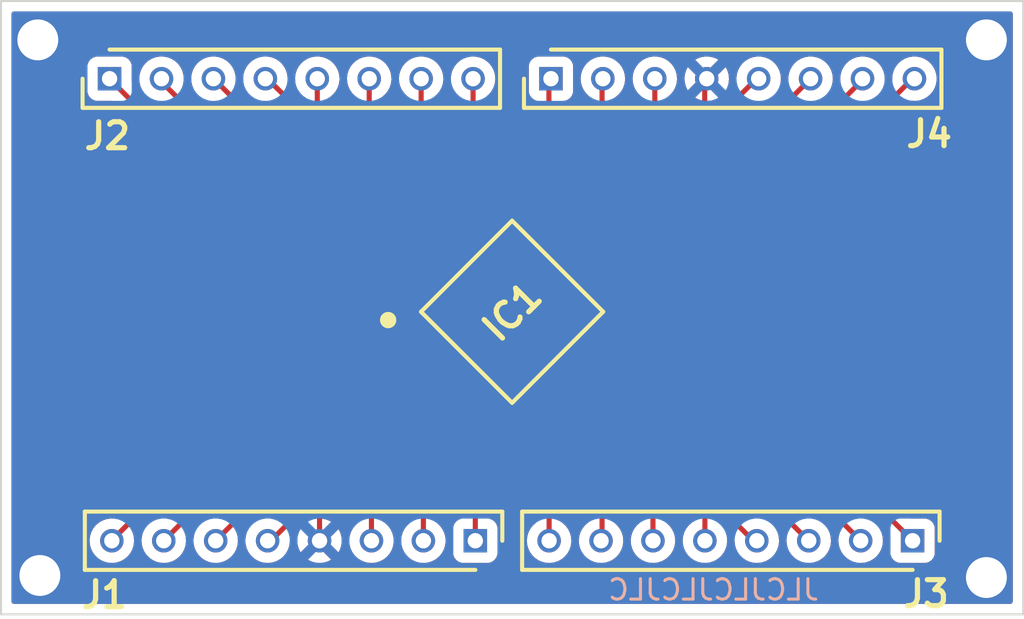
<source format=kicad_pcb>
(kicad_pcb (version 20211014) (generator pcbnew)
  (layers (0 "F.Cu" signal) (31 "B.Cu" signal) (34 "B.Paste" user) (35 "F.Paste" user) (36 "B.SilkS" user "B.Silkscreen") (37 "F.SilkS" user "F.Silkscreen") (38 "B.Mask" user) (39 "F.Mask" user) (44 "Edge.Cuts" user))
  (net 0 "")
  (net 1 "Net-(IC1-Pad1)")
  (net 2 "Net-(IC1-Pad2)")
  (net 3 "Net-(IC1-Pad3)")
  (net 4 "Net-(IC1-Pad6)")
  (net 5 "Net-(IC1-Pad7)")
  (net 6 "Net-(IC1-Pad8)")
  (net 7 "Net-(IC1-Pad9)")
  (net 8 "Net-(IC1-Pad10)")
  (net 9 "Net-(IC1-Pad11)")
  (net 10 "Net-(IC1-Pad12)")
  (net 11 "Net-(IC1-Pad13)")
  (net 12 "Net-(IC1-Pad14)")
  (net 13 "Net-(IC1-Pad15)")
  (net 14 "Net-(IC1-Pad16)")
  (net 15 "Net-(IC1-Pad17)")
  (net 16 "Net-(IC1-Pad18)")
  (net 17 "Net-(IC1-Pad19)")
  (net 18 "Net-(IC1-Pad20)")
  (net 19 "Net-(IC1-Pad22)")
  (net 20 "Net-(IC1-Pad23)")
  (net 21 "Net-(IC1-Pad24)")
  (net 22 "Net-(IC1-Pad25)")
  (net 23 "Net-(IC1-Pad26)")
  (net 24 "Net-(IC1-Pad27)")
  (net 25 "Net-(IC1-Pad28)")
  (net 26 "Net-(IC1-Pad29)")
  (net 27 "Net-(IC1-Pad30)")
  (net 28 "Net-(IC1-Pad31)")
  (net 29 "Net-(IC1-Pad32)")
  (net 30 "VCC")
  (net 31 "GND")
  (footprint "SamacSys_Parts:HDRV8W56P0X254_1X8_1991X234X872P" (layer "F.Cu") (at 116.1 89.3 180)
    (fp_text reference "J1" (at 18.15 -2.65 180) (layer "F.SilkS") (effects (font (size 1.27 1.27) (thickness 0.254))))
    (fp_text value "5-146278-8" hide)
    (fp_line (start -1.32 0) (end -1.32 1.425) (layer "F.SilkS") (width 0.2))
    (fp_line (start -1.32 1.425) (end 19.1 1.425) (layer "F.SilkS") (width 0.2))
    (fp_line (start 19.1 -1.425) (end 0 -1.425) (layer "F.SilkS") (width 0.2))
    (fp_line (start 19.1 1.425) (end 19.1 -1.425) (layer "F.SilkS") (width 0.2))
    (pad "1" thru_hole rect locked (at 0 0 180) (size 1.15 1.15) (drill 0.75) (layers *.Cu *.Mask) (net 6 "Net-(IC1-Pad8)"))
    (pad "2" thru_hole circle locked (at 2.54 0 180) (size 1.15 1.15) (drill 0.75) (layers *.Cu *.Mask) (net 5 "Net-(IC1-Pad7)"))
    (pad "3" thru_hole circle locked (at 5.08 0 180) (size 1.15 1.15) (drill 0.75) (layers *.Cu *.Mask) (net 4 "Net-(IC1-Pad6)"))
    (pad "4" thru_hole circle locked (at 7.62 0 180) (size 1.15 1.15) (drill 0.75) (layers *.Cu *.Mask) (net 31 "GND"))
    (pad "5" thru_hole circle locked (at 10.16 0 180) (size 1.15 1.15) (drill 0.75) (layers *.Cu *.Mask) (net 30 "VCC"))
    (pad "6" thru_hole circle locked (at 12.7 0 180) (size 1.15 1.15) (drill 0.75) (layers *.Cu *.Mask) (net 3 "Net-(IC1-Pad3)"))
    (pad "7" thru_hole circle locked (at 15.24 0 180) (size 1.15 1.15) (drill 0.75) (layers *.Cu *.Mask) (net 2 "Net-(IC1-Pad2)"))
    (pad "8" thru_hole circle locked (at 17.78 0 180) (size 1.15 1.15) (drill 0.75) (layers *.Cu *.Mask) (net 1 "Net-(IC1-Pad1)"))
  )
  (footprint "SamacSys_Parts:QFP80P900X900X120-32N" (layer "F.Cu") (at 117.9 78.1 45)
    (fp_text reference "IC1" (at 0 0 45) (layer "F.SilkS") (effects (font (size 1.27 1.27) (thickness 0.254))))
    (fp_text value "ATMEGA328PB-AN" hide)
    (fp_line (start -3.15 3.15) (end -3.15 -3.15) (layer "F.SilkS") (width 0.2))
    (fp_line (start -3.15 -3.15) (end 3.15 -3.15) (layer "F.SilkS") (width 0.2))
    (fp_line (start 3.15 -3.15) (end 3.15 3.15) (layer "F.SilkS") (width 0.2))
    (fp_line (start 3.15 3.15) (end -3.15 3.15) (layer "F.SilkS") (width 0.2))
    (fp_circle (center -4.575 -4) (end -4.575 -3.8) (layer "F.SilkS") (width 0.4) (fill none))
    (pad "1" smd rect locked (at -4.238 -2.8 135) (size 0.6 1.475) (layers "F.Cu" "F.Paste" "F.Mask") (net 1 "Net-(IC1-Pad1)"))
    (pad "2" smd rect locked (at -4.238 -2 135) (size 0.6 1.475) (layers "F.Cu" "F.Paste" "F.Mask") (net 2 "Net-(IC1-Pad2)"))
    (pad "3" smd rect locked (at -4.238 -1.2 135) (size 0.6 1.475) (layers "F.Cu" "F.Paste" "F.Mask") (net 3 "Net-(IC1-Pad3)"))
    (pad "4" smd rect locked (at -4.238 -0.4 135) (size 0.6 1.475) (layers "F.Cu" "F.Paste" "F.Mask") (net 30 "VCC"))
    (pad "5" smd rect locked (at -4.238 0.4 135) (size 0.6 1.475) (layers "F.Cu" "F.Paste" "F.Mask") (net 31 "GND"))
    (pad "6" smd rect locked (at -4.238 1.2 135) (size 0.6 1.475) (layers "F.Cu" "F.Paste" "F.Mask") (net 4 "Net-(IC1-Pad6)"))
    (pad "7" smd rect locked (at -4.238 2 135) (size 0.6 1.475) (layers "F.Cu" "F.Paste" "F.Mask") (net 5 "Net-(IC1-Pad7)"))
    (pad "8" smd rect locked (at -4.238 2.8 135) (size 0.6 1.475) (layers "F.Cu" "F.Paste" "F.Mask") (net 6 "Net-(IC1-Pad8)"))
    (pad "9" smd rect locked (at -2.8 4.238 45) (size 0.6 1.475) (layers "F.Cu" "F.Paste" "F.Mask") (net 7 "Net-(IC1-Pad9)"))
    (pad "10" smd rect locked (at -2 4.238 45) (size 0.6 1.475) (layers "F.Cu" "F.Paste" "F.Mask") (net 8 "Net-(IC1-Pad10)"))
    (pad "11" smd rect locked (at -1.2 4.238 45) (size 0.6 1.475) (layers "F.Cu" "F.Paste" "F.Mask") (net 9 "Net-(IC1-Pad11)"))
    (pad "12" smd rect locked (at -0.4 4.238 45) (size 0.6 1.475) (layers "F.Cu" "F.Paste" "F.Mask") (net 10 "Net-(IC1-Pad12)"))
    (pad "13" smd rect locked (at 0.4 4.238 45) (size 0.6 1.475) (layers "F.Cu" "F.Paste" "F.Mask") (net 11 "Net-(IC1-Pad13)"))
    (pad "14" smd rect locked (at 1.2 4.238 45) (size 0.6 1.475) (layers "F.Cu" "F.Paste" "F.Mask") (net 12 "Net-(IC1-Pad14)"))
    (pad "15" smd rect locked (at 2 4.238 45) (size 0.6 1.475) (layers "F.Cu" "F.Paste" "F.Mask") (net 13 "Net-(IC1-Pad15)"))
    (pad "16" smd rect locked (at 2.8 4.238 45) (size 0.6 1.475) (layers "F.Cu" "F.Paste" "F.Mask") (net 14 "Net-(IC1-Pad16)"))
    (pad "17" smd rect locked (at 4.238 2.8 135) (size 0.6 1.475) (layers "F.Cu" "F.Paste" "F.Mask") (net 15 "Net-(IC1-Pad17)"))
    (pad "18" smd rect locked (at 4.238 2 135) (size 0.6 1.475) (layers "F.Cu" "F.Paste" "F.Mask") (net 16 "Net-(IC1-Pad18)"))
    (pad "19" smd rect locked (at 4.238 1.2 135) (size 0.6 1.475) (layers "F.Cu" "F.Paste" "F.Mask") (net 17 "Net-(IC1-Pad19)"))
    (pad "20" smd rect locked (at 4.238 0.4 135) (size 0.6 1.475) (layers "F.Cu" "F.Paste" "F.Mask") (net 18 "Net-(IC1-Pad20)"))
    (pad "21" smd rect locked (at 4.238 -0.4 135) (size 0.6 1.475) (layers "F.Cu" "F.Paste" "F.Mask") (net 31 "GND"))
    (pad "22" smd rect locked (at 4.238 -1.2 135) (size 0.6 1.475) (layers "F.Cu" "F.Paste" "F.Mask") (net 19 "Net-(IC1-Pad22)"))
    (pad "23" smd rect locked (at 4.238 -2 135) (size 0.6 1.475) (layers "F.Cu" "F.Paste" "F.Mask") (net 20 "Net-(IC1-Pad23)"))
    (pad "24" smd rect locked (at 4.238 -2.8 135) (size 0.6 1.475) (layers "F.Cu" "F.Paste" "F.Mask") (net 21 "Net-(IC1-Pad24)"))
    (pad "25" smd rect locked (at 2.8 -4.238 45) (size 0.6 1.475) (layers "F.Cu" "F.Paste" "F.Mask") (net 22 "Net-(IC1-Pad25)"))
    (pad "26" smd rect locked (at 2 -4.238 45) (size 0.6 1.475) (layers "F.Cu" "F.Paste" "F.Mask") (net 23 "Net-(IC1-Pad26)"))
    (pad "27" smd rect locked (at 1.2 -4.238 45) (size 0.6 1.475) (layers "F.Cu" "F.Paste" "F.Mask") (net 24 "Net-(IC1-Pad27)"))
    (pad "28" smd rect locked (at 0.4 -4.238 45) (size 0.6 1.475) (layers "F.Cu" "F.Paste" "F.Mask") (net 25 "Net-(IC1-Pad28)"))
    (pad "29" smd rect locked (at -0.4 -4.238 45) (size 0.6 1.475) (layers "F.Cu" "F.Paste" "F.Mask") (net 26 "Net-(IC1-Pad29)"))
    (pad "30" smd rect locked (at -1.2 -4.238 45) (size 0.6 1.475) (layers "F.Cu" "F.Paste" "F.Mask") (net 27 "Net-(IC1-Pad30)"))
    (pad "31" smd rect locked (at -2 -4.238 45) (size 0.6 1.475) (layers "F.Cu" "F.Paste" "F.Mask") (net 28 "Net-(IC1-Pad31)"))
    (pad "32" smd rect locked (at -2.8 -4.238 45) (size 0.6 1.475) (layers "F.Cu" "F.Paste" "F.Mask") (net 29 "Net-(IC1-Pad32)"))
  )
  (footprint "SamacSys_Parts:HDRV8W56P0X254_1X8_1991X234X872P" (layer "F.Cu") (at 137.49 89.3 180)
    (fp_text reference "J3" (at -0.66 -2.6 180) (layer "F.SilkS") (effects (font (size 1.27 1.27) (thickness 0.254))))
    (fp_text value "5-146278-8" hide)
    (fp_line (start 19.1 -1.425) (end 0 -1.425) (layer "F.SilkS") (width 0.2))
    (fp_line (start -1.32 0) (end -1.32 1.425) (layer "F.SilkS") (width 0.2))
    (fp_line (start -1.32 1.425) (end 19.1 1.425) (layer "F.SilkS") (width 0.2))
    (fp_line (start 19.1 1.425) (end 19.1 -1.425) (layer "F.SilkS") (width 0.2))
    (pad "1" thru_hole rect locked (at 0 0 180) (size 1.15 1.15) (drill 0.75) (layers *.Cu *.Mask) (net 14 "Net-(IC1-Pad16)"))
    (pad "2" thru_hole circle locked (at 2.54 0 180) (size 1.15 1.15) (drill 0.75) (layers *.Cu *.Mask) (net 13 "Net-(IC1-Pad15)"))
    (pad "3" thru_hole circle locked (at 5.08 0 180) (size 1.15 1.15) (drill 0.75) (layers *.Cu *.Mask) (net 12 "Net-(IC1-Pad14)"))
    (pad "4" thru_hole circle locked (at 7.62 0 180) (size 1.15 1.15) (drill 0.75) (layers *.Cu *.Mask) (net 11 "Net-(IC1-Pad13)"))
    (pad "5" thru_hole circle locked (at 10.16 0 180) (size 1.15 1.15) (drill 0.75) (layers *.Cu *.Mask) (net 10 "Net-(IC1-Pad12)"))
    (pad "6" thru_hole circle locked (at 12.7 0 180) (size 1.15 1.15) (drill 0.75) (layers *.Cu *.Mask) (net 9 "Net-(IC1-Pad11)"))
    (pad "7" thru_hole circle locked (at 15.24 0 180) (size 1.15 1.15) (drill 0.75) (layers *.Cu *.Mask) (net 8 "Net-(IC1-Pad10)"))
    (pad "8" thru_hole circle locked (at 17.78 0 180) (size 1.15 1.15) (drill 0.75) (layers *.Cu *.Mask) (net 7 "Net-(IC1-Pad9)"))
  )
  (footprint "SamacSys_Parts:HDRV8W56P0X254_1X8_1991X234X872P" (layer "F.Cu") (at 119.8 66.7)
    (fp_text reference "J4" (at 18.5 2.7) (layer "F.SilkS") (effects (font (size 1.27 1.27) (thickness 0.254))))
    (fp_text value "5-146278-8" hide)
    (fp_line (start 19.1 1.425) (end 19.1 -1.425) (layer "F.SilkS") (width 0.2))
    (fp_line (start -1.32 0) (end -1.32 1.425) (layer "F.SilkS") (width 0.2))
    (fp_line (start -1.32 1.425) (end 19.1 1.425) (layer "F.SilkS") (width 0.2))
    (fp_line (start 19.1 -1.425) (end 0 -1.425) (layer "F.SilkS") (width 0.2))
    (pad "1" thru_hole rect locked (at 0 0) (size 1.15 1.15) (drill 0.75) (layers *.Cu *.Mask) (net 21 "Net-(IC1-Pad24)"))
    (pad "2" thru_hole circle locked (at 2.54 0) (size 1.15 1.15) (drill 0.75) (layers *.Cu *.Mask) (net 20 "Net-(IC1-Pad23)"))
    (pad "3" thru_hole circle locked (at 5.08 0) (size 1.15 1.15) (drill 0.75) (layers *.Cu *.Mask) (net 19 "Net-(IC1-Pad22)"))
    (pad "4" thru_hole circle locked (at 7.62 0) (size 1.15 1.15) (drill 0.75) (layers *.Cu *.Mask) (net 31 "GND"))
    (pad "5" thru_hole circle locked (at 10.16 0) (size 1.15 1.15) (drill 0.75) (layers *.Cu *.Mask) (net 18 "Net-(IC1-Pad20)"))
    (pad "6" thru_hole circle locked (at 12.7 0) (size 1.15 1.15) (drill 0.75) (layers *.Cu *.Mask) (net 17 "Net-(IC1-Pad19)"))
    (pad "7" thru_hole circle locked (at 15.24 0) (size 1.15 1.15) (drill 0.75) (layers *.Cu *.Mask) (net 16 "Net-(IC1-Pad18)"))
    (pad "8" thru_hole circle locked (at 17.78 0) (size 1.15 1.15) (drill 0.75) (layers *.Cu *.Mask) (net 15 "Net-(IC1-Pad17)"))
  )
  (footprint "SamacSys_Parts:HDRV8W56P0X254_1X8_1991X234X872P" (layer "F.Cu") (at 98.21 66.7)
    (fp_text reference "J2" (at -0.11 2.8) (layer "F.SilkS") (effects (font (size 1.27 1.27) (thickness 0.254))))
    (fp_text value "5-146278-8" hide)
    (fp_line (start 19.1 -1.425) (end 0 -1.425) (layer "F.SilkS") (width 0.2))
    (fp_line (start -1.32 1.425) (end 19.1 1.425) (layer "F.SilkS") (width 0.2))
    (fp_line (start 19.1 1.425) (end 19.1 -1.425) (layer "F.SilkS") (width 0.2))
    (fp_line (start -1.32 0) (end -1.32 1.425) (layer "F.SilkS") (width 0.2))
    (pad "1" thru_hole rect locked (at 0 0) (size 1.15 1.15) (drill 0.75) (layers *.Cu *.Mask) (net 29 "Net-(IC1-Pad32)"))
    (pad "2" thru_hole circle locked (at 2.54 0) (size 1.15 1.15) (drill 0.75) (layers *.Cu *.Mask) (net 28 "Net-(IC1-Pad31)"))
    (pad "3" thru_hole circle locked (at 5.08 0) (size 1.15 1.15) (drill 0.75) (layers *.Cu *.Mask) (net 27 "Net-(IC1-Pad30)"))
    (pad "4" thru_hole circle locked (at 7.62 0) (size 1.15 1.15) (drill 0.75) (layers *.Cu *.Mask) (net 26 "Net-(IC1-Pad29)"))
    (pad "5" thru_hole circle locked (at 10.16 0) (size 1.15 1.15) (drill 0.75) (layers *.Cu *.Mask) (net 25 "Net-(IC1-Pad28)"))
    (pad "6" thru_hole circle locked (at 12.7 0) (size 1.15 1.15) (drill 0.75) (layers *.Cu *.Mask) (net 24 "Net-(IC1-Pad27)"))
    (pad "7" thru_hole circle locked (at 15.24 0) (size 1.15 1.15) (drill 0.75) (layers *.Cu *.Mask) (net 23 "Net-(IC1-Pad26)"))
    (pad "8" thru_hole circle locked (at 17.78 0) (size 1.15 1.15) (drill 0.75) (layers *.Cu *.Mask) (net 22 "Net-(IC1-Pad25)"))
  )
  (gr_rect locked (start 92.9 62.9) (end 142.9 92.9) (layer "Edge.Cuts") (width 0.1) (fill none))
  (gr_text "JLCJLCJLCJLC" (at 127.75 91.7) (layer "B.SilkS") (effects (font (size 1 1)) (justify mirror)))
  (segment (start 98.32 89.28) (end 101.9 85.7) (width 0.25) (layer "F.Cu") (net 1))
  (segment (start 106.3 85.7) (end 112.88318 79.11682) (width 0.25) (layer "F.Cu") (net 1))
  (segment (start 101.9 85.7) (end 106.3 85.7) (width 0.25) (layer "F.Cu") (net 1))
  (segment (start 98.32 89.3) (end 98.32 89.28) (width 0.25) (layer "F.Cu") (net 1))
  (segment (start 112.88318 79.11682) (end 112.923382 79.11682) (width 0.25) (layer "F.Cu") (net 1))
  (segment (start 103.66 86.5) (end 106.671573 86.5) (width 0.25) (layer "F.Cu") (net 2))
  (segment (start 100.86 89.3) (end 103.66 86.5) (width 0.25) (layer "F.Cu") (net 2))
  (segment (start 106.671573 86.5) (end 113.489068 79.682505) (width 0.25) (layer "F.Cu") (net 2))
  (segment (start 114.054753 80.24819) (end 106.902943 87.4) (width 0.25) (layer "F.Cu") (net 3))
  (segment (start 106.902943 87.4) (end 105.3 87.4) (width 0.25) (layer "F.Cu") (net 3))
  (segment (start 105.3 87.4) (end 103.4 89.3) (width 0.25) (layer "F.Cu") (net 3))
  (segment (start 115.654753 81.945247) (end 111.02 86.58) (width 0.25) (layer "F.Cu") (net 4))
  (segment (start 115.75181 81.945247) (end 115.654753 81.945247) (width 0.25) (layer "F.Cu") (net 4))
  (segment (start 111.02 86.58) (end 111.02 89.3) (width 0.25) (layer "F.Cu") (net 4))
  (segment (start 116.317495 82.510932) (end 116.317495 82.532505) (width 0.25) (layer "F.Cu") (net 5))
  (segment (start 113.56 85.29) (end 113.56 89.3) (width 0.25) (layer "F.Cu") (net 5))
  (segment (start 116.317495 82.532505) (end 113.56 85.29) (width 0.25) (layer "F.Cu") (net 5))
  (segment (start 116.1 83.859798) (end 116.1 89.3) (width 0.25) (layer "F.Cu") (net 6))
  (segment (start 116.88318 83.076618) (end 116.1 83.859798) (width 0.25) (layer "F.Cu") (net 6))
  (segment (start 119.71 83.869798) (end 119.71 89.3) (width 0.25) (layer "F.Cu") (net 7))
  (segment (start 118.91682 83.076618) (end 119.71 83.869798) (width 0.25) (layer "F.Cu") (net 7))
  (segment (start 122.3 85.3) (end 122.3 89.25) (width 0.25) (layer "F.Cu") (net 8))
  (segment (start 119.510932 82.510932) (end 122.3 85.3) (width 0.25) (layer "F.Cu") (net 8))
  (segment (start 122.3 89.25) (end 122.25 89.3) (width 0.25) (layer "F.Cu") (net 8))
  (segment (start 119.482505 82.510932) (end 119.510932 82.510932) (width 0.25) (layer "F.Cu") (net 8))
  (segment (start 124.79 86.687057) (end 124.79 89.3) (width 0.25) (layer "F.Cu") (net 9))
  (segment (start 120.04819 81.945247) (end 124.79 86.687057) (width 0.25) (layer "F.Cu") (net 9))
  (segment (start 120.679561 81.379561) (end 127.33 88.03) (width 0.25) (layer "F.Cu") (net 10))
  (segment (start 127.33 88.03) (end 127.33 89.3) (width 0.25) (layer "F.Cu") (net 10))
  (segment (start 120.613876 81.379561) (end 120.679561 81.379561) (width 0.25) (layer "F.Cu") (net 10))
  (segment (start 129.7 89.3) (end 129.87 89.3) (width 0.25) (layer "F.Cu") (net 11))
  (segment (start 121.213876 80.813876) (end 129.7 89.3) (width 0.25) (layer "F.Cu") (net 11))
  (segment (start 121.179561 80.813876) (end 121.213876 80.813876) (width 0.25) (layer "F.Cu") (net 11))
  (segment (start 121.745247 80.24819) (end 128.897057 87.4) (width 0.25) (layer "F.Cu") (net 12))
  (segment (start 128.897057 87.4) (end 130.5 87.4) (width 0.25) (layer "F.Cu") (net 12))
  (segment (start 132.4 89.3) (end 132.41 89.3) (width 0.25) (layer "F.Cu") (net 12))
  (segment (start 130.5 87.4) (end 132.4 89.3) (width 0.25) (layer "F.Cu") (net 12))
  (segment (start 132.15 86.5) (end 134.95 89.3) (width 0.25) (layer "F.Cu") (net 13))
  (segment (start 122.310932 79.682505) (end 129.128427 86.5) (width 0.25) (layer "F.Cu") (net 13))
  (segment (start 129.128427 86.5) (end 132.15 86.5) (width 0.25) (layer "F.Cu") (net 13))
  (segment (start 129.4 85.7) (end 133.89 85.7) (width 0.25) (layer "F.Cu") (net 14))
  (segment (start 133.89 85.7) (end 137.49 89.3) (width 0.25) (layer "F.Cu") (net 14))
  (segment (start 122.876618 79.176618) (end 129.4 85.7) (width 0.25) (layer "F.Cu") (net 14))
  (segment (start 122.876618 79.11682) (end 122.876618 79.176618) (width 0.25) (layer "F.Cu") (net 14))
  (segment (start 122.91682 77.08318) (end 129.2 70.8) (width 0.25) (layer "F.Cu") (net 15))
  (segment (start 129.2 70.8) (end 133.38 70.8) (width 0.25) (layer "F.Cu") (net 15))
  (segment (start 133.38 70.8) (end 137.48 66.7) (width 0.25) (layer "F.Cu") (net 15))
  (segment (start 122.876618 77.08318) (end 122.91682 77.08318) (width 0.25) (layer "F.Cu") (net 15))
  (segment (start 129 69.8) (end 132 69.8) (width 0.25) (layer "F.Cu") (net 16))
  (segment (start 122.310932 76.489068) (end 129 69.8) (width 0.25) (layer "F.Cu") (net 16))
  (segment (start 122.310932 76.517495) (end 122.310932 76.489068) (width 0.25) (layer "F.Cu") (net 16))
  (segment (start 132 69.8) (end 135.04 66.76) (width 0.25) (layer "F.Cu") (net 16))
  (segment (start 135.04 66.76) (end 135.04 66.7) (width 0.25) (layer "F.Cu") (net 16))
  (segment (start 128.897057 68.8) (end 130.4 68.8) (width 0.25) (layer "F.Cu") (net 17))
  (segment (start 121.745247 75.95181) (end 128.897057 68.8) (width 0.25) (layer "F.Cu") (net 17))
  (segment (start 130.4 68.8) (end 132.5 66.7) (width 0.25) (layer "F.Cu") (net 17))
  (segment (start 121.179561 75.386124) (end 121.179561 75.380439) (width 0.25) (layer "F.Cu") (net 18))
  (segment (start 121.179561 75.380439) (end 129.86 66.7) (width 0.25) (layer "F.Cu") (net 18))
  (segment (start 120.04819 74.254753) (end 124.88 69.422943) (width 0.25) (layer "F.Cu") (net 19))
  (segment (start 124.88 69.422943) (end 124.88 66.7) (width 0.25) (layer "F.Cu") (net 19))
  (segment (start 119.482505 73.689068) (end 119.482505 73.517495) (width 0.25) (layer "F.Cu") (net 20))
  (segment (start 119.482505 73.517495) (end 122.3 70.7) (width 0.25) (layer "F.Cu") (net 20))
  (segment (start 122.3 70.7) (end 122.3 66.76) (width 0.25) (layer "F.Cu") (net 20))
  (segment (start 119.7 72.340202) (end 118.91682 73.123382) (width 0.25) (layer "F.Cu") (net 21))
  (segment (start 119.7 66.7) (end 119.7 72.340202) (width 0.25) (layer "F.Cu") (net 21))
  (segment (start 115.99 72.230202) (end 115.99 66.7) (width 0.25) (layer "F.Cu") (net 22))
  (segment (start 116.88318 73.123382) (end 115.99 72.230202) (width 0.25) (layer "F.Cu") (net 22))
  (segment (start 113.45 70.821574) (end 113.45 66.7) (width 0.25) (layer "F.Cu") (net 23))
  (segment (start 116.317495 73.689068) (end 113.45 70.821574) (width 0.25) (layer "F.Cu") (net 23))
  (segment (start 115.75181 74.15181) (end 110.91 69.31) (width 0.25) (layer "F.Cu") (net 24))
  (segment (start 110.91 69.31) (end 110.91 66.7) (width 0.25) (layer "F.Cu") (net 24))
  (segment (start 115.75181 74.254753) (end 115.75181 74.15181) (width 0.25) (layer "F.Cu") (net 24))
  (segment (start 115.186124 74.820439) (end 108.37 68.004315) (width 0.25) (layer "F.Cu") (net 25))
  (segment (start 108.37 68.004315) (end 108.37 66.7) (width 0.25) (layer "F.Cu") (net 25))
  (segment (start 114.620439 75.386124) (end 105.934315 66.7) (width 0.25) (layer "F.Cu") (net 26))
  (segment (start 105.934315 66.7) (end 105.83 66.7) (width 0.25) (layer "F.Cu") (net 26))
  (segment (start 114.054753 75.95181) (end 107.002943 68.9) (width 0.25) (layer "F.Cu") (net 27))
  (segment (start 103.3 66.7) (end 103.29 66.7) (width 0.25) (layer "F.Cu") (net 27))
  (segment (start 107.002943 68.9) (end 105.5 68.9) (width 0.25) (layer "F.Cu") (net 27))
  (segment (start 105.5 68.9) (end 103.3 66.7) (width 0.25) (layer "F.Cu") (net 27))
  (segment (start 113.489068 76.517495) (end 106.771573 69.8) (width 0.25) (layer "F.Cu") (net 28))
  (segment (start 100.75 66.85) (end 100.75 66.7) (width 0.25) (layer "F.Cu") (net 28))
  (segment (start 106.771573 69.8) (end 103.7 69.8) (width 0.25) (layer "F.Cu") (net 28))
  (segment (start 103.7 69.8) (end 100.75 66.85) (width 0.25) (layer "F.Cu") (net 28))
  (segment (start 98.21 66.7) (end 98.21 66.71) (width 0.25) (layer "F.Cu") (net 29))
  (segment (start 102.4 70.9) (end 106.740202 70.9) (width 0.25) (layer "F.Cu") (net 29))
  (segment (start 106.740202 70.9) (end 112.923382 77.08318) (width 0.25) (layer "F.Cu") (net 29))
  (segment (start 98.21 66.71) (end 102.4 70.9) (width 0.25) (layer "F.Cu") (net 29))
  (segment (start 114.586124 80.813876) (end 106.1 89.3) (width 0.25) (layer "F.Cu") (net 30))
  (segment (start 106.1 89.3) (end 105.94 89.3) (width 0.25) (layer "F.Cu") (net 30))
  (segment (start 114.620439 80.813876) (end 114.586124 80.813876) (width 0.25) (layer "F.Cu") (net 30))
  (segment (start 120.613876 74.820439) (end 120.679561 74.820439) (width 0.25) (layer "F.Cu") (net 31))
  (segment (start 127.32 68.18) (end 127.32 66.7) (width 0.25) (layer "F.Cu") (net 31))
  (segment (start 120.679561 74.820439) (end 127.32 68.18) (width 0.25) (layer "F.Cu") (net 31))
  (segment (start 115.186124 81.379561) (end 108.48 88.085685) (width 0.25) (layer "F.Cu") (net 31))
  (segment (start 108.48 88.085685) (end 108.48 89.3) (width 0.25) (layer "F.Cu") (net 31))
  (via (at 94.8 91) (size 2.5) (drill 2) (layers "F.Cu" "B.Cu") (net 31))
  (via (at 94.7 64.8) (size 2.5) (drill 2) (layers "F.Cu" "B.Cu") (net 31))
  (via (at 141.1 64.8) (size 2.5) (drill 2) (layers "F.Cu" "B.Cu") (net 31))
  (via (at 141.1 91.1) (size 2.5) (drill 2) (layers "F.Cu" "B.Cu") (net 31))
  (zone (net 31) (net_name "GND") (layer "F.Cu") (connect_pads (clearance 0.508)) (min_thickness 0.254) (fill yes (thermal_gap 0.508) (thermal_bridge_width 0.508))
    (polygon (pts (xy 142.6 63.3) (xy 142.6 92.55) (xy 93.35 92.6) (xy 93.3 63.3)))
  )
  (zone (net 31) (net_name "GND") (layer "B.Cu") (connect_pads (clearance 0.508)) (min_thickness 0.254) (fill yes (thermal_gap 0.508) (thermal_bridge_width 0.508))
    (polygon (pts (xy 142.6 92.55) (xy 93.4 92.6) (xy 93.3 63.3) (xy 142.55 63.3)))
  )
)
</source>
